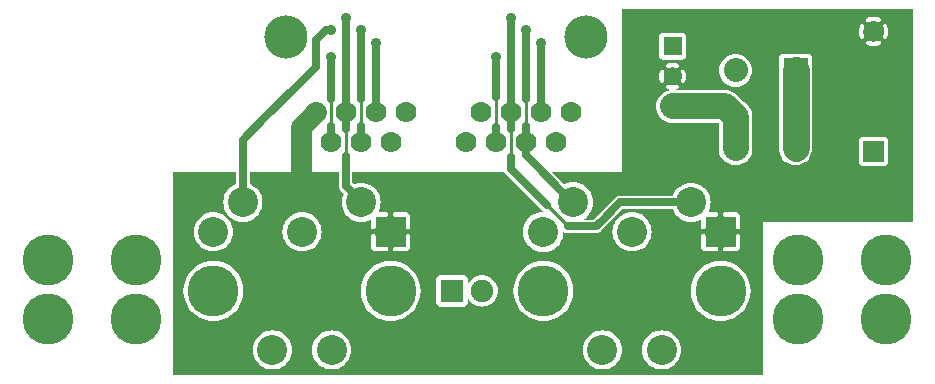
<source format=gbr>
G04 start of page 2 for group 0 idx 0 *
G04 Title: (unknown), component *
G04 Creator: pcb 20110918 *
G04 CreationDate: Wed 29 Oct 2014 07:27:39 PM GMT UTC *
G04 For: ndholmes *
G04 Format: Gerber/RS-274X *
G04 PCB-Dimensions: 300000 125000 *
G04 PCB-Coordinate-Origin: lower left *
%MOIN*%
%FSLAX25Y25*%
%LNTOP*%
%ADD34C,0.0430*%
%ADD33C,0.0350*%
%ADD32C,0.1280*%
%ADD31C,0.0380*%
%ADD30C,0.0480*%
%ADD29C,0.0950*%
%ADD28C,0.0730*%
%ADD27C,0.0510*%
%ADD26C,0.0200*%
%ADD25C,0.0360*%
%ADD24C,0.0750*%
%ADD23C,0.1440*%
%ADD22C,0.0680*%
%ADD21C,0.0600*%
%ADD20C,0.0800*%
%ADD19C,0.1700*%
%ADD18C,0.1000*%
%ADD17C,0.0700*%
%ADD16C,0.0900*%
%ADD15C,0.0850*%
%ADD14C,0.0400*%
%ADD13C,0.0100*%
%ADD12C,0.0250*%
%ADD11C,0.0001*%
G54D11*G36*
X238170Y69000D02*X248500D01*
Y1500D01*
X238170D01*
Y20176D01*
X239104Y20562D01*
X240446Y21385D01*
X241643Y22407D01*
X242665Y23604D01*
X243488Y24946D01*
X244090Y26400D01*
X244457Y27931D01*
X244550Y29500D01*
X244457Y31069D01*
X244090Y32600D01*
X243488Y34054D01*
X242665Y35396D01*
X241643Y36593D01*
X240446Y37615D01*
X239104Y38438D01*
X238170Y38824D01*
Y42721D01*
X239784D01*
X240013Y42776D01*
X240230Y42866D01*
X240430Y42988D01*
X240609Y43141D01*
X240762Y43320D01*
X240884Y43520D01*
X240974Y43737D01*
X241029Y43966D01*
X241043Y44200D01*
Y47818D01*
X241015Y47932D01*
X240970Y48042D01*
X240909Y48142D01*
X240832Y48232D01*
X240742Y48309D01*
X240642Y48370D01*
X240532Y48415D01*
X240418Y48443D01*
X240300Y48452D01*
X240182Y48443D01*
X240068Y48415D01*
X239958Y48370D01*
X239858Y48309D01*
X239768Y48232D01*
X239691Y48142D01*
X239630Y48042D01*
X239585Y47932D01*
X239557Y47818D01*
X239550Y47700D01*
Y44200D01*
X238170Y44205D01*
Y54200D01*
X239550D01*
Y50700D01*
X239536Y50582D01*
X239564Y50468D01*
X239609Y50358D01*
X239671Y50258D01*
X239747Y50168D01*
X239837Y50091D01*
X239938Y50030D01*
X240047Y49985D01*
X240162Y49957D01*
X240279Y49948D01*
X240397Y49957D01*
X240512Y49985D01*
X240621Y50030D01*
X240721Y50091D01*
X240811Y50168D01*
X240888Y50258D01*
X240950Y50358D01*
X240995Y50468D01*
X241022Y50582D01*
X241029Y50700D01*
Y54434D01*
X240974Y54663D01*
X240884Y54880D01*
X240762Y55080D01*
X240609Y55259D01*
X240430Y55412D01*
X240230Y55534D01*
X240013Y55624D01*
X239784Y55679D01*
X239550Y55693D01*
X238170D01*
Y69000D01*
G37*
G36*
Y1500D02*X234535D01*
Y19470D01*
X234550Y19469D01*
X236119Y19593D01*
X237650Y19960D01*
X238170Y20176D01*
Y1500D01*
G37*
G36*
X234535Y69000D02*X238170D01*
Y55693D01*
X235932D01*
X235818Y55665D01*
X235708Y55620D01*
X235608Y55559D01*
X235518Y55482D01*
X235441Y55392D01*
X235380Y55292D01*
X235335Y55182D01*
X235307Y55068D01*
X235298Y54950D01*
X235307Y54832D01*
X235335Y54718D01*
X235380Y54608D01*
X235441Y54508D01*
X235518Y54418D01*
X235608Y54341D01*
X235708Y54280D01*
X235818Y54235D01*
X235932Y54207D01*
X236050Y54200D01*
X238170D01*
Y44205D01*
X235932Y44214D01*
X235818Y44186D01*
X235708Y44141D01*
X235608Y44079D01*
X235518Y44003D01*
X235441Y43913D01*
X235380Y43812D01*
X235335Y43703D01*
X235307Y43588D01*
X235298Y43471D01*
X235307Y43353D01*
X235335Y43238D01*
X235380Y43129D01*
X235441Y43029D01*
X235518Y42939D01*
X235608Y42862D01*
X235708Y42800D01*
X235818Y42755D01*
X235932Y42728D01*
X236050Y42721D01*
X238170D01*
Y38824D01*
X237650Y39040D01*
X236119Y39407D01*
X234550Y39531D01*
X234535Y39530D01*
Y69000D01*
G37*
G36*
X230933Y20174D02*X231450Y19960D01*
X232981Y19593D01*
X234535Y19470D01*
Y1500D01*
X230933D01*
Y20174D01*
G37*
G36*
Y54200D02*X233050D01*
X233168Y54186D01*
X233282Y54214D01*
X233392Y54259D01*
X233492Y54321D01*
X233582Y54397D01*
X233659Y54487D01*
X233720Y54588D01*
X233765Y54697D01*
X233793Y54812D01*
X233802Y54929D01*
X233793Y55047D01*
X233765Y55162D01*
X233720Y55271D01*
X233659Y55371D01*
X233582Y55461D01*
X233492Y55538D01*
X233392Y55600D01*
X233282Y55645D01*
X233168Y55672D01*
X233050Y55679D01*
X230933D01*
Y57119D01*
X231140Y57980D01*
X231200Y59000D01*
X231140Y60020D01*
X230933Y60881D01*
Y69000D01*
X234535D01*
Y39530D01*
X232981Y39407D01*
X231450Y39040D01*
X230933Y38826D01*
Y42700D01*
X233050D01*
X233168Y42707D01*
X233282Y42735D01*
X233392Y42780D01*
X233492Y42841D01*
X233582Y42918D01*
X233659Y43008D01*
X233720Y43108D01*
X233765Y43218D01*
X233793Y43332D01*
X233802Y43450D01*
X233793Y43568D01*
X233765Y43682D01*
X233720Y43792D01*
X233659Y43892D01*
X233582Y43982D01*
X233492Y44059D01*
X233392Y44120D01*
X233282Y44165D01*
X233168Y44193D01*
X233050Y44200D01*
X230933D01*
Y54200D01*
G37*
G36*
Y60881D02*X230901Y61015D01*
X230509Y61960D01*
X229975Y62832D01*
X229310Y63610D01*
X228532Y64275D01*
X227660Y64809D01*
X226715Y65201D01*
X225720Y65440D01*
X224700Y65520D01*
X223680Y65440D01*
X222685Y65201D01*
X221740Y64809D01*
X220868Y64275D01*
X220090Y63610D01*
X219425Y62832D01*
X218891Y61960D01*
X218596Y61250D01*
X201088D01*
X201000Y61257D01*
X200647Y61229D01*
X200303Y61146D01*
X199975Y61011D01*
X199673Y60826D01*
X199673Y60826D01*
X199404Y60596D01*
X199347Y60529D01*
X192068Y53250D01*
X188740D01*
X189250Y53563D01*
X190052Y54248D01*
X190737Y55050D01*
X191288Y55949D01*
X191692Y56923D01*
X191938Y57949D01*
X192000Y59000D01*
X191938Y60051D01*
X191692Y61077D01*
X191288Y62051D01*
X190737Y62950D01*
X190052Y63752D01*
X189250Y64437D01*
X188351Y64988D01*
X187377Y65392D01*
X186351Y65638D01*
X185300Y65721D01*
X184249Y65638D01*
X183223Y65392D01*
X182422Y65060D01*
X178482Y69000D01*
X230933D01*
Y60881D01*
G37*
G36*
Y55679D02*X230288D01*
X230509Y56040D01*
X230901Y56985D01*
X230933Y57119D01*
Y55679D01*
G37*
G36*
X214840Y56750D02*X218596D01*
X218891Y56040D01*
X219425Y55168D01*
X220090Y54390D01*
X220868Y53725D01*
X221740Y53191D01*
X222685Y52799D01*
X223680Y52560D01*
X224700Y52480D01*
X225720Y52560D01*
X226715Y52799D01*
X227660Y53191D01*
X228057Y53434D01*
Y50582D01*
X228085Y50468D01*
X228130Y50358D01*
X228191Y50258D01*
X228268Y50168D01*
X228358Y50091D01*
X228458Y50030D01*
X228568Y49985D01*
X228682Y49957D01*
X228800Y49948D01*
X228918Y49957D01*
X229032Y49985D01*
X229142Y50030D01*
X229242Y50091D01*
X229332Y50168D01*
X229409Y50258D01*
X229470Y50358D01*
X229515Y50468D01*
X229543Y50582D01*
X229550Y50700D01*
Y54200D01*
X230933D01*
Y44200D01*
X229557D01*
Y47818D01*
X229529Y47932D01*
X229484Y48042D01*
X229423Y48142D01*
X229346Y48232D01*
X229256Y48309D01*
X229155Y48370D01*
X229046Y48415D01*
X228932Y48443D01*
X228814Y48452D01*
X228696Y48443D01*
X228581Y48415D01*
X228472Y48370D01*
X228372Y48309D01*
X228282Y48232D01*
X228205Y48142D01*
X228144Y48042D01*
X228098Y47932D01*
X228071Y47818D01*
X228064Y47700D01*
Y43965D01*
X228119Y43735D01*
X228209Y43517D01*
X228333Y43316D01*
X228486Y43136D01*
X228666Y42983D01*
X228867Y42859D01*
X229085Y42769D01*
X229315Y42714D01*
X229550Y42700D01*
X230933D01*
Y38826D01*
X229996Y38438D01*
X228654Y37615D01*
X227457Y36593D01*
X226435Y35396D01*
X225612Y34054D01*
X225010Y32600D01*
X224643Y31069D01*
X224519Y29500D01*
X224643Y27931D01*
X225010Y26400D01*
X225612Y24946D01*
X226435Y23604D01*
X227457Y22407D01*
X228654Y21385D01*
X229996Y20562D01*
X230933Y20174D01*
Y1500D01*
X214840D01*
Y3281D01*
X214850Y3280D01*
X215870Y3360D01*
X216865Y3599D01*
X217810Y3991D01*
X218682Y4525D01*
X219460Y5190D01*
X220125Y5968D01*
X220659Y6840D01*
X221051Y7785D01*
X221290Y8780D01*
X221350Y9800D01*
X221290Y10820D01*
X221051Y11815D01*
X220659Y12760D01*
X220125Y13632D01*
X219460Y14410D01*
X218682Y15075D01*
X217810Y15609D01*
X216865Y16001D01*
X215870Y16240D01*
X214850Y16320D01*
X214840Y16319D01*
Y56750D01*
G37*
G36*
X204990D02*X214840D01*
Y16319D01*
X213830Y16240D01*
X212835Y16001D01*
X211890Y15609D01*
X211018Y15075D01*
X210240Y14410D01*
X209575Y13632D01*
X209041Y12760D01*
X208649Y11815D01*
X208410Y10820D01*
X208330Y9800D01*
X208410Y8780D01*
X208649Y7785D01*
X209041Y6840D01*
X209575Y5968D01*
X210240Y5190D01*
X211018Y4525D01*
X211890Y3991D01*
X212835Y3599D01*
X213830Y3360D01*
X214840Y3281D01*
Y1500D01*
X204990D01*
Y42681D01*
X205000Y42680D01*
X206020Y42760D01*
X207015Y42999D01*
X207960Y43391D01*
X208832Y43925D01*
X209610Y44590D01*
X210275Y45368D01*
X210809Y46240D01*
X211201Y47185D01*
X211440Y48180D01*
X211500Y49200D01*
X211440Y50220D01*
X211201Y51215D01*
X210809Y52160D01*
X210275Y53032D01*
X209610Y53810D01*
X208832Y54475D01*
X207960Y55009D01*
X207015Y55401D01*
X206020Y55640D01*
X205000Y55720D01*
X204990Y55719D01*
Y56750D01*
G37*
G36*
X195140Y49958D02*X201932Y56750D01*
X204990D01*
Y55719D01*
X203980Y55640D01*
X202985Y55401D01*
X202040Y55009D01*
X201168Y54475D01*
X200390Y53810D01*
X199725Y53032D01*
X199191Y52160D01*
X198799Y51215D01*
X198560Y50220D01*
X198480Y49200D01*
X198560Y48180D01*
X198799Y47185D01*
X199191Y46240D01*
X199725Y45368D01*
X200390Y44590D01*
X201168Y43925D01*
X202040Y43391D01*
X202985Y42999D01*
X203980Y42760D01*
X204990Y42681D01*
Y1500D01*
X195140D01*
Y3281D01*
X195150Y3280D01*
X196170Y3360D01*
X197165Y3599D01*
X198110Y3991D01*
X198982Y4525D01*
X199760Y5190D01*
X200425Y5968D01*
X200959Y6840D01*
X201351Y7785D01*
X201590Y8780D01*
X201650Y9800D01*
X201590Y10820D01*
X201351Y11815D01*
X200959Y12760D01*
X200425Y13632D01*
X199760Y14410D01*
X198982Y15075D01*
X198110Y15609D01*
X197165Y16001D01*
X196170Y16240D01*
X195150Y16320D01*
X195140Y16319D01*
Y49958D01*
G37*
G36*
X175435Y42481D02*X175450Y42479D01*
X176501Y42562D01*
X177527Y42808D01*
X178501Y43212D01*
X179400Y43763D01*
X180202Y44448D01*
X180887Y45250D01*
X181438Y46149D01*
X181842Y47123D01*
X182088Y48149D01*
X182150Y49194D01*
X182173Y49174D01*
X182475Y48989D01*
X182803Y48854D01*
X183147Y48771D01*
X183500Y48750D01*
X193000D01*
X193353Y48771D01*
X193697Y48854D01*
X194025Y48989D01*
X194327Y49174D01*
X194596Y49404D01*
X194826Y49673D01*
X194826Y49674D01*
X194827Y49674D01*
X195091Y49909D01*
X195140Y49958D01*
Y16319D01*
X194130Y16240D01*
X193135Y16001D01*
X192190Y15609D01*
X191318Y15075D01*
X190540Y14410D01*
X189875Y13632D01*
X189341Y12760D01*
X188949Y11815D01*
X188710Y10820D01*
X188630Y9800D01*
X188710Y8780D01*
X188949Y7785D01*
X189341Y6840D01*
X189875Y5968D01*
X190540Y5190D01*
X191318Y4525D01*
X192190Y3991D01*
X193135Y3599D01*
X194130Y3360D01*
X195140Y3281D01*
Y1500D01*
X175435D01*
Y19470D01*
X175450Y19469D01*
X177019Y19593D01*
X178550Y19960D01*
X180004Y20562D01*
X181346Y21385D01*
X182543Y22407D01*
X183565Y23604D01*
X184388Y24946D01*
X184990Y26400D01*
X185357Y27931D01*
X185450Y29500D01*
X185357Y31069D01*
X184990Y32600D01*
X184388Y34054D01*
X183565Y35396D01*
X182543Y36593D01*
X181346Y37615D01*
X180004Y38438D01*
X178550Y39040D01*
X177019Y39407D01*
X175450Y39531D01*
X175435Y39530D01*
Y42481D01*
G37*
G36*
Y56014D02*X175475Y55989D01*
X175685Y55902D01*
X175450Y55921D01*
X175435Y55919D01*
Y56014D01*
G37*
G36*
X150000Y69000D02*X162479D01*
X162489Y68975D01*
X162674Y68673D01*
X162674Y68673D01*
X162904Y68404D01*
X162971Y68347D01*
X174909Y56409D01*
X175173Y56174D01*
X175435Y56014D01*
Y55919D01*
X174399Y55838D01*
X173373Y55592D01*
X172399Y55188D01*
X171500Y54637D01*
X170698Y53952D01*
X170013Y53150D01*
X169462Y52251D01*
X169058Y51277D01*
X168812Y50251D01*
X168729Y49200D01*
X168812Y48149D01*
X169058Y47123D01*
X169462Y46149D01*
X170013Y45250D01*
X170698Y44448D01*
X171500Y43763D01*
X172399Y43212D01*
X173373Y42808D01*
X174399Y42562D01*
X175435Y42481D01*
Y39530D01*
X173881Y39407D01*
X172350Y39040D01*
X170896Y38438D01*
X169554Y37615D01*
X168357Y36593D01*
X167335Y35396D01*
X166512Y34054D01*
X165910Y32600D01*
X165543Y31069D01*
X165419Y29500D01*
X165543Y27931D01*
X165910Y26400D01*
X166512Y24946D01*
X167335Y23604D01*
X168357Y22407D01*
X169554Y21385D01*
X170896Y20562D01*
X172350Y19960D01*
X173881Y19593D01*
X175435Y19470D01*
Y1500D01*
X150000D01*
Y24919D01*
X150091Y25067D01*
X150181Y25285D01*
X150236Y25515D01*
X150250Y25750D01*
X150247Y27255D01*
X150308Y27109D01*
X150740Y26405D01*
X151276Y25776D01*
X151905Y25240D01*
X152609Y24808D01*
X153373Y24492D01*
X154176Y24299D01*
X155000Y24234D01*
X155824Y24299D01*
X156627Y24492D01*
X157391Y24808D01*
X158095Y25240D01*
X158724Y25776D01*
X159260Y26405D01*
X159692Y27109D01*
X160008Y27873D01*
X160201Y28676D01*
X160250Y29500D01*
X160201Y30324D01*
X160008Y31127D01*
X159692Y31891D01*
X159260Y32595D01*
X158724Y33224D01*
X158095Y33760D01*
X157391Y34192D01*
X156627Y34508D01*
X155824Y34701D01*
X155000Y34766D01*
X154176Y34701D01*
X153373Y34508D01*
X152609Y34192D01*
X151905Y33760D01*
X151276Y33224D01*
X150740Y32595D01*
X150308Y31891D01*
X150239Y31725D01*
X150236Y33485D01*
X150181Y33715D01*
X150091Y33933D01*
X150000Y34081D01*
Y69000D01*
G37*
G36*
X128170D02*X150000D01*
Y34081D01*
X149967Y34134D01*
X149814Y34314D01*
X149634Y34467D01*
X149433Y34591D01*
X149215Y34681D01*
X148985Y34736D01*
X148750Y34750D01*
X141015Y34736D01*
X140785Y34681D01*
X140567Y34591D01*
X140366Y34467D01*
X140186Y34314D01*
X140033Y34134D01*
X139909Y33933D01*
X139819Y33715D01*
X139764Y33485D01*
X139750Y33250D01*
X139764Y25515D01*
X139819Y25285D01*
X139909Y25067D01*
X140033Y24866D01*
X140186Y24686D01*
X140366Y24533D01*
X140567Y24409D01*
X140785Y24319D01*
X141015Y24264D01*
X141250Y24250D01*
X148985Y24264D01*
X149215Y24319D01*
X149433Y24409D01*
X149634Y24533D01*
X149814Y24686D01*
X149967Y24866D01*
X150000Y24919D01*
Y1500D01*
X128170D01*
Y20176D01*
X129104Y20562D01*
X130446Y21385D01*
X131643Y22407D01*
X132665Y23604D01*
X133488Y24946D01*
X134090Y26400D01*
X134457Y27931D01*
X134550Y29500D01*
X134457Y31069D01*
X134090Y32600D01*
X133488Y34054D01*
X132665Y35396D01*
X131643Y36593D01*
X130446Y37615D01*
X129104Y38438D01*
X128170Y38824D01*
Y42721D01*
X129784D01*
X130013Y42776D01*
X130230Y42866D01*
X130430Y42988D01*
X130609Y43141D01*
X130762Y43320D01*
X130884Y43520D01*
X130974Y43737D01*
X131029Y43966D01*
X131043Y44200D01*
Y47818D01*
X131015Y47932D01*
X130970Y48042D01*
X130909Y48142D01*
X130832Y48232D01*
X130742Y48309D01*
X130642Y48370D01*
X130532Y48415D01*
X130418Y48443D01*
X130300Y48452D01*
X130182Y48443D01*
X130068Y48415D01*
X129958Y48370D01*
X129858Y48309D01*
X129768Y48232D01*
X129691Y48142D01*
X129630Y48042D01*
X129585Y47932D01*
X129557Y47818D01*
X129550Y47700D01*
Y44200D01*
X128170Y44205D01*
Y54200D01*
X129550D01*
Y50700D01*
X129536Y50582D01*
X129564Y50468D01*
X129609Y50358D01*
X129671Y50258D01*
X129747Y50168D01*
X129837Y50091D01*
X129938Y50030D01*
X130047Y49985D01*
X130162Y49957D01*
X130279Y49948D01*
X130397Y49957D01*
X130512Y49985D01*
X130621Y50030D01*
X130721Y50091D01*
X130811Y50168D01*
X130888Y50258D01*
X130950Y50358D01*
X130995Y50468D01*
X131022Y50582D01*
X131029Y50700D01*
Y54434D01*
X130974Y54663D01*
X130884Y54880D01*
X130762Y55080D01*
X130609Y55259D01*
X130430Y55412D01*
X130230Y55534D01*
X130013Y55624D01*
X129784Y55679D01*
X129550Y55693D01*
X128170D01*
Y69000D01*
G37*
G36*
Y1500D02*X124535D01*
Y19470D01*
X124550Y19469D01*
X126119Y19593D01*
X127650Y19960D01*
X128170Y20176D01*
Y1500D01*
G37*
G36*
X124535Y69000D02*X128170D01*
Y55693D01*
X125932D01*
X125818Y55665D01*
X125708Y55620D01*
X125608Y55559D01*
X125518Y55482D01*
X125441Y55392D01*
X125380Y55292D01*
X125335Y55182D01*
X125307Y55068D01*
X125298Y54950D01*
X125307Y54832D01*
X125335Y54718D01*
X125380Y54608D01*
X125441Y54508D01*
X125518Y54418D01*
X125608Y54341D01*
X125708Y54280D01*
X125818Y54235D01*
X125932Y54207D01*
X126050Y54200D01*
X128170D01*
Y44205D01*
X125932Y44214D01*
X125818Y44186D01*
X125708Y44141D01*
X125608Y44079D01*
X125518Y44003D01*
X125441Y43913D01*
X125380Y43812D01*
X125335Y43703D01*
X125307Y43588D01*
X125298Y43471D01*
X125307Y43353D01*
X125335Y43238D01*
X125380Y43129D01*
X125441Y43029D01*
X125518Y42939D01*
X125608Y42862D01*
X125708Y42800D01*
X125818Y42755D01*
X125932Y42728D01*
X126050Y42721D01*
X128170D01*
Y38824D01*
X127650Y39040D01*
X126119Y39407D01*
X124550Y39531D01*
X124535Y39530D01*
Y69000D01*
G37*
G36*
X120933Y20174D02*X121450Y19960D01*
X122981Y19593D01*
X124535Y19470D01*
Y1500D01*
X120933D01*
Y20174D01*
G37*
G36*
Y54200D02*X123050D01*
X123168Y54186D01*
X123282Y54214D01*
X123392Y54259D01*
X123492Y54321D01*
X123582Y54397D01*
X123659Y54487D01*
X123720Y54588D01*
X123765Y54697D01*
X123793Y54812D01*
X123802Y54929D01*
X123793Y55047D01*
X123765Y55162D01*
X123720Y55271D01*
X123659Y55371D01*
X123582Y55461D01*
X123492Y55538D01*
X123392Y55600D01*
X123282Y55645D01*
X123168Y55672D01*
X123050Y55679D01*
X120933D01*
Y57119D01*
X121140Y57980D01*
X121200Y59000D01*
X121140Y60020D01*
X120933Y60881D01*
Y69000D01*
X124535D01*
Y39530D01*
X122981Y39407D01*
X121450Y39040D01*
X120933Y38826D01*
Y42700D01*
X123050D01*
X123168Y42707D01*
X123282Y42735D01*
X123392Y42780D01*
X123492Y42841D01*
X123582Y42918D01*
X123659Y43008D01*
X123720Y43108D01*
X123765Y43218D01*
X123793Y43332D01*
X123802Y43450D01*
X123793Y43568D01*
X123765Y43682D01*
X123720Y43792D01*
X123659Y43892D01*
X123582Y43982D01*
X123492Y44059D01*
X123392Y44120D01*
X123282Y44165D01*
X123168Y44193D01*
X123050Y44200D01*
X120933D01*
Y54200D01*
G37*
G36*
Y60881D02*X120901Y61015D01*
X120509Y61960D01*
X119975Y62832D01*
X119310Y63610D01*
X118532Y64275D01*
X117660Y64809D01*
X116715Y65201D01*
X115720Y65440D01*
X114700Y65520D01*
X113680Y65440D01*
X112685Y65201D01*
X112187Y64995D01*
X111750Y65432D01*
Y69000D01*
X120933D01*
Y60881D01*
G37*
G36*
Y55679D02*X120288D01*
X120509Y56040D01*
X120901Y56985D01*
X120933Y57119D01*
Y55679D01*
G37*
G36*
X104840Y69000D02*X107250D01*
Y64588D01*
X107243Y64500D01*
X107271Y64147D01*
Y64147D01*
X107354Y63803D01*
X107489Y63475D01*
X107559Y63361D01*
X107674Y63173D01*
X107674Y63173D01*
X107904Y62904D01*
X107971Y62847D01*
X108881Y61937D01*
X108499Y61015D01*
X108260Y60020D01*
X108180Y59000D01*
X108260Y57980D01*
X108499Y56985D01*
X108891Y56040D01*
X109425Y55168D01*
X110090Y54390D01*
X110868Y53725D01*
X111740Y53191D01*
X112685Y52799D01*
X113680Y52560D01*
X114700Y52480D01*
X115720Y52560D01*
X116715Y52799D01*
X117660Y53191D01*
X118057Y53434D01*
Y50582D01*
X118085Y50468D01*
X118130Y50358D01*
X118191Y50258D01*
X118268Y50168D01*
X118358Y50091D01*
X118458Y50030D01*
X118568Y49985D01*
X118682Y49957D01*
X118800Y49948D01*
X118918Y49957D01*
X119032Y49985D01*
X119142Y50030D01*
X119242Y50091D01*
X119332Y50168D01*
X119409Y50258D01*
X119470Y50358D01*
X119515Y50468D01*
X119543Y50582D01*
X119550Y50700D01*
Y54200D01*
X120933D01*
Y44200D01*
X119557D01*
Y47818D01*
X119529Y47932D01*
X119484Y48042D01*
X119423Y48142D01*
X119346Y48232D01*
X119256Y48309D01*
X119155Y48370D01*
X119046Y48415D01*
X118932Y48443D01*
X118814Y48452D01*
X118696Y48443D01*
X118581Y48415D01*
X118472Y48370D01*
X118372Y48309D01*
X118282Y48232D01*
X118205Y48142D01*
X118144Y48042D01*
X118098Y47932D01*
X118071Y47818D01*
X118064Y47700D01*
Y43965D01*
X118119Y43735D01*
X118209Y43517D01*
X118333Y43316D01*
X118486Y43136D01*
X118666Y42983D01*
X118867Y42859D01*
X119085Y42769D01*
X119315Y42714D01*
X119550Y42700D01*
X120933D01*
Y38826D01*
X119996Y38438D01*
X118654Y37615D01*
X117457Y36593D01*
X116435Y35396D01*
X115612Y34054D01*
X115010Y32600D01*
X114643Y31069D01*
X114519Y29500D01*
X114643Y27931D01*
X115010Y26400D01*
X115612Y24946D01*
X116435Y23604D01*
X117457Y22407D01*
X118654Y21385D01*
X119996Y20562D01*
X120933Y20174D01*
Y1500D01*
X104840D01*
Y3281D01*
X104850Y3280D01*
X105870Y3360D01*
X106865Y3599D01*
X107810Y3991D01*
X108682Y4525D01*
X109460Y5190D01*
X110125Y5968D01*
X110659Y6840D01*
X111051Y7785D01*
X111290Y8780D01*
X111350Y9800D01*
X111290Y10820D01*
X111051Y11815D01*
X110659Y12760D01*
X110125Y13632D01*
X109460Y14410D01*
X108682Y15075D01*
X107810Y15609D01*
X106865Y16001D01*
X105870Y16240D01*
X104850Y16320D01*
X104840Y16319D01*
Y69000D01*
G37*
G36*
X94990D02*X104840D01*
Y16319D01*
X103830Y16240D01*
X102835Y16001D01*
X101890Y15609D01*
X101018Y15075D01*
X100240Y14410D01*
X99575Y13632D01*
X99041Y12760D01*
X98649Y11815D01*
X98410Y10820D01*
X98330Y9800D01*
X98410Y8780D01*
X98649Y7785D01*
X99041Y6840D01*
X99575Y5968D01*
X100240Y5190D01*
X101018Y4525D01*
X101890Y3991D01*
X102835Y3599D01*
X103830Y3360D01*
X104840Y3281D01*
Y1500D01*
X94990D01*
Y42681D01*
X95000Y42680D01*
X96020Y42760D01*
X97015Y42999D01*
X97960Y43391D01*
X98832Y43925D01*
X99610Y44590D01*
X100275Y45368D01*
X100809Y46240D01*
X101201Y47185D01*
X101440Y48180D01*
X101500Y49200D01*
X101440Y50220D01*
X101201Y51215D01*
X100809Y52160D01*
X100275Y53032D01*
X99610Y53810D01*
X98832Y54475D01*
X97960Y55009D01*
X97015Y55401D01*
X96020Y55640D01*
X95000Y55720D01*
X94990Y55719D01*
Y69000D01*
G37*
G36*
X85140D02*X94990D01*
Y55719D01*
X93980Y55640D01*
X92985Y55401D01*
X92040Y55009D01*
X91168Y54475D01*
X90390Y53810D01*
X89725Y53032D01*
X89191Y52160D01*
X88799Y51215D01*
X88560Y50220D01*
X88480Y49200D01*
X88560Y48180D01*
X88799Y47185D01*
X89191Y46240D01*
X89725Y45368D01*
X90390Y44590D01*
X91168Y43925D01*
X92040Y43391D01*
X92985Y42999D01*
X93980Y42760D01*
X94990Y42681D01*
Y1500D01*
X85140D01*
Y3281D01*
X85150Y3280D01*
X86170Y3360D01*
X87165Y3599D01*
X88110Y3991D01*
X88982Y4525D01*
X89760Y5190D01*
X90425Y5968D01*
X90959Y6840D01*
X91351Y7785D01*
X91590Y8780D01*
X91650Y9800D01*
X91590Y10820D01*
X91351Y11815D01*
X90959Y12760D01*
X90425Y13632D01*
X89760Y14410D01*
X88982Y15075D01*
X88110Y15609D01*
X87165Y16001D01*
X86170Y16240D01*
X85150Y16320D01*
X85140Y16319D01*
Y69000D01*
G37*
G36*
X65440D02*X73050D01*
Y65104D01*
X72340Y64809D01*
X71468Y64275D01*
X70690Y63610D01*
X70025Y62832D01*
X69491Y61960D01*
X69099Y61015D01*
X68860Y60020D01*
X68780Y59000D01*
X68860Y57980D01*
X69099Y56985D01*
X69491Y56040D01*
X70025Y55168D01*
X70690Y54390D01*
X71468Y53725D01*
X72340Y53191D01*
X73285Y52799D01*
X74280Y52560D01*
X75300Y52480D01*
X76320Y52560D01*
X77315Y52799D01*
X78260Y53191D01*
X79132Y53725D01*
X79910Y54390D01*
X80575Y55168D01*
X81109Y56040D01*
X81501Y56985D01*
X81740Y57980D01*
X81800Y59000D01*
X81740Y60020D01*
X81501Y61015D01*
X81109Y61960D01*
X80575Y62832D01*
X79910Y63610D01*
X79132Y64275D01*
X78260Y64809D01*
X77550Y65104D01*
Y69000D01*
X85140D01*
Y16319D01*
X84130Y16240D01*
X83135Y16001D01*
X82190Y15609D01*
X81318Y15075D01*
X80540Y14410D01*
X79875Y13632D01*
X79341Y12760D01*
X78949Y11815D01*
X78710Y10820D01*
X78630Y9800D01*
X78710Y8780D01*
X78949Y7785D01*
X79341Y6840D01*
X79875Y5968D01*
X80540Y5190D01*
X81318Y4525D01*
X82190Y3991D01*
X83135Y3599D01*
X84130Y3360D01*
X85140Y3281D01*
Y1500D01*
X65440D01*
Y19470D01*
X65450Y19469D01*
X67019Y19593D01*
X68550Y19960D01*
X70004Y20562D01*
X71346Y21385D01*
X72543Y22407D01*
X73565Y23604D01*
X74388Y24946D01*
X74990Y26400D01*
X75357Y27931D01*
X75450Y29500D01*
X75357Y31069D01*
X74990Y32600D01*
X74388Y34054D01*
X73565Y35396D01*
X72543Y36593D01*
X71346Y37615D01*
X70004Y38438D01*
X68550Y39040D01*
X67019Y39407D01*
X65450Y39531D01*
X65440Y39530D01*
Y42681D01*
X65450Y42680D01*
X66470Y42760D01*
X67465Y42999D01*
X68410Y43391D01*
X69282Y43925D01*
X70060Y44590D01*
X70725Y45368D01*
X71259Y46240D01*
X71651Y47185D01*
X71890Y48180D01*
X71950Y49200D01*
X71890Y50220D01*
X71651Y51215D01*
X71259Y52160D01*
X70725Y53032D01*
X70060Y53810D01*
X69282Y54475D01*
X68410Y55009D01*
X67465Y55401D01*
X66470Y55640D01*
X65450Y55720D01*
X65440Y55719D01*
Y69000D01*
G37*
G36*
X52000D02*X65440D01*
Y55719D01*
X64430Y55640D01*
X63435Y55401D01*
X62490Y55009D01*
X61618Y54475D01*
X60840Y53810D01*
X60175Y53032D01*
X59641Y52160D01*
X59249Y51215D01*
X59010Y50220D01*
X58930Y49200D01*
X59010Y48180D01*
X59249Y47185D01*
X59641Y46240D01*
X60175Y45368D01*
X60840Y44590D01*
X61618Y43925D01*
X62490Y43391D01*
X63435Y42999D01*
X64430Y42760D01*
X65440Y42681D01*
Y39530D01*
X63881Y39407D01*
X62350Y39040D01*
X60896Y38438D01*
X59554Y37615D01*
X58357Y36593D01*
X57335Y35396D01*
X56512Y34054D01*
X55910Y32600D01*
X55543Y31069D01*
X55419Y29500D01*
X55543Y27931D01*
X55910Y26400D01*
X56512Y24946D01*
X57335Y23604D01*
X58357Y22407D01*
X59554Y21385D01*
X60896Y20562D01*
X62350Y19960D01*
X63881Y19593D01*
X65440Y19470D01*
Y1500D01*
X52000D01*
Y69000D01*
G37*
G36*
X289464Y123500D02*X298500D01*
Y52500D01*
X289464D01*
Y71210D01*
X289583Y71259D01*
X289784Y71383D01*
X289964Y71536D01*
X290117Y71716D01*
X290241Y71917D01*
X290331Y72135D01*
X290386Y72365D01*
X290400Y72600D01*
X290386Y79635D01*
X290331Y79865D01*
X290241Y80083D01*
X290117Y80284D01*
X289964Y80464D01*
X289784Y80617D01*
X289583Y80741D01*
X289464Y80790D01*
Y113564D01*
X289549Y113589D01*
X289655Y113639D01*
X289753Y113706D01*
X289839Y113787D01*
X289911Y113880D01*
X289966Y113984D01*
X290141Y114412D01*
X290270Y114855D01*
X290357Y115309D01*
X290400Y115769D01*
Y116231D01*
X290357Y116691D01*
X290270Y117145D01*
X290141Y117588D01*
X289971Y118018D01*
X289915Y118122D01*
X289842Y118216D01*
X289755Y118297D01*
X289657Y118364D01*
X289550Y118414D01*
X289464Y118440D01*
Y123500D01*
G37*
G36*
Y52500D02*X285500D01*
Y71107D01*
X289135Y71114D01*
X289365Y71169D01*
X289464Y71210D01*
Y52500D01*
G37*
G36*
X285500Y123500D02*X289464D01*
Y118440D01*
X289436Y118448D01*
X289318Y118462D01*
X289200Y118459D01*
X289083Y118437D01*
X288972Y118396D01*
X288868Y118339D01*
X288774Y118266D01*
X288693Y118180D01*
X288626Y118082D01*
X288575Y117975D01*
X288542Y117861D01*
X288527Y117743D01*
X288531Y117624D01*
X288553Y117508D01*
X288596Y117397D01*
X288717Y117101D01*
X288806Y116793D01*
X288866Y116479D01*
X288896Y116160D01*
Y115840D01*
X288866Y115521D01*
X288806Y115207D01*
X288717Y114899D01*
X288599Y114601D01*
X288557Y114491D01*
X288535Y114375D01*
X288531Y114257D01*
X288546Y114140D01*
X288579Y114027D01*
X288629Y113920D01*
X288696Y113822D01*
X288776Y113736D01*
X288870Y113664D01*
X288973Y113607D01*
X289084Y113567D01*
X289200Y113545D01*
X289318Y113541D01*
X289435Y113556D01*
X289464Y113564D01*
Y80790D01*
X289365Y80831D01*
X289135Y80886D01*
X288900Y80900D01*
X285500Y80893D01*
Y111100D01*
X285731D01*
X286191Y111143D01*
X286645Y111230D01*
X287088Y111359D01*
X287518Y111529D01*
X287622Y111585D01*
X287716Y111658D01*
X287797Y111745D01*
X287864Y111843D01*
X287914Y111950D01*
X287948Y112064D01*
X287962Y112182D01*
X287959Y112300D01*
X287936Y112417D01*
X287896Y112528D01*
X287839Y112632D01*
X287766Y112726D01*
X287680Y112807D01*
X287582Y112874D01*
X287475Y112925D01*
X287361Y112958D01*
X287243Y112973D01*
X287124Y112969D01*
X287008Y112947D01*
X286897Y112904D01*
X286601Y112783D01*
X286293Y112694D01*
X285979Y112634D01*
X285660Y112604D01*
X285500D01*
Y119396D01*
X285660D01*
X285979Y119366D01*
X286293Y119306D01*
X286601Y119217D01*
X286899Y119099D01*
X287009Y119057D01*
X287125Y119035D01*
X287243Y119031D01*
X287360Y119046D01*
X287473Y119079D01*
X287580Y119129D01*
X287678Y119196D01*
X287764Y119276D01*
X287836Y119370D01*
X287893Y119473D01*
X287933Y119584D01*
X287955Y119700D01*
X287959Y119818D01*
X287944Y119935D01*
X287911Y120049D01*
X287861Y120155D01*
X287794Y120253D01*
X287713Y120339D01*
X287620Y120411D01*
X287516Y120466D01*
X287088Y120641D01*
X286645Y120770D01*
X286191Y120857D01*
X285731Y120900D01*
X285500D01*
Y123500D01*
G37*
G36*
X281536Y71210D02*X281635Y71169D01*
X281865Y71114D01*
X282100Y71100D01*
X285500Y71107D01*
Y52500D01*
X281536D01*
Y71210D01*
G37*
G36*
Y123500D02*X285500D01*
Y120900D01*
X285269D01*
X284809Y120857D01*
X284355Y120770D01*
X283912Y120641D01*
X283482Y120471D01*
X283378Y120415D01*
X283284Y120342D01*
X283203Y120255D01*
X283136Y120157D01*
X283086Y120050D01*
X283052Y119936D01*
X283038Y119818D01*
X283041Y119700D01*
X283063Y119583D01*
X283104Y119472D01*
X283161Y119368D01*
X283234Y119274D01*
X283320Y119193D01*
X283418Y119126D01*
X283525Y119075D01*
X283639Y119042D01*
X283757Y119027D01*
X283876Y119031D01*
X283992Y119053D01*
X284103Y119096D01*
X284399Y119217D01*
X284707Y119306D01*
X285021Y119366D01*
X285340Y119396D01*
X285500D01*
Y112604D01*
X285340D01*
X285021Y112634D01*
X284707Y112694D01*
X284399Y112783D01*
X284101Y112901D01*
X283991Y112943D01*
X283875Y112965D01*
X283757Y112969D01*
X283640Y112954D01*
X283527Y112921D01*
X283420Y112871D01*
X283322Y112804D01*
X283236Y112724D01*
X283164Y112630D01*
X283107Y112527D01*
X283067Y112416D01*
X283045Y112300D01*
X283041Y112182D01*
X283056Y112065D01*
X283089Y111951D01*
X283139Y111845D01*
X283206Y111747D01*
X283287Y111661D01*
X283380Y111589D01*
X283484Y111534D01*
X283912Y111359D01*
X284355Y111230D01*
X284809Y111143D01*
X285269Y111100D01*
X285500D01*
Y80893D01*
X281865Y80886D01*
X281635Y80831D01*
X281536Y80790D01*
Y113560D01*
X281564Y113552D01*
X281682Y113538D01*
X281800Y113541D01*
X281917Y113564D01*
X282028Y113604D01*
X282132Y113661D01*
X282226Y113734D01*
X282307Y113820D01*
X282374Y113918D01*
X282425Y114025D01*
X282458Y114139D01*
X282473Y114257D01*
X282469Y114376D01*
X282447Y114492D01*
X282404Y114603D01*
X282283Y114899D01*
X282194Y115207D01*
X282134Y115521D01*
X282104Y115840D01*
Y116160D01*
X282134Y116479D01*
X282194Y116793D01*
X282283Y117101D01*
X282401Y117399D01*
X282443Y117509D01*
X282465Y117625D01*
X282469Y117743D01*
X282454Y117860D01*
X282421Y117973D01*
X282371Y118080D01*
X282304Y118178D01*
X282224Y118264D01*
X282130Y118336D01*
X282027Y118393D01*
X281916Y118433D01*
X281800Y118455D01*
X281682Y118459D01*
X281565Y118444D01*
X281536Y118436D01*
Y123500D01*
G37*
G36*
X259500D02*X281536D01*
Y118436D01*
X281451Y118411D01*
X281345Y118361D01*
X281247Y118294D01*
X281161Y118213D01*
X281089Y118120D01*
X281034Y118016D01*
X280859Y117588D01*
X280730Y117145D01*
X280643Y116691D01*
X280600Y116231D01*
Y115769D01*
X280643Y115309D01*
X280730Y114855D01*
X280859Y114412D01*
X281029Y113982D01*
X281085Y113878D01*
X281158Y113784D01*
X281245Y113703D01*
X281343Y113636D01*
X281450Y113586D01*
X281536Y113560D01*
Y80790D01*
X281417Y80741D01*
X281216Y80617D01*
X281036Y80464D01*
X280883Y80284D01*
X280759Y80083D01*
X280669Y79865D01*
X280614Y79635D01*
X280600Y79400D01*
X280614Y72365D01*
X280669Y72135D01*
X280759Y71917D01*
X280883Y71716D01*
X281036Y71536D01*
X281216Y71383D01*
X281417Y71259D01*
X281536Y71210D01*
Y52500D01*
X259500D01*
Y71483D01*
X260363Y71551D01*
X261205Y71753D01*
X262005Y72084D01*
X262705Y72514D01*
X262735Y72514D01*
X262965Y72569D01*
X263183Y72659D01*
X263384Y72783D01*
X263564Y72936D01*
X263717Y73116D01*
X263841Y73317D01*
X263931Y73535D01*
X263986Y73765D01*
X263988Y73798D01*
X264416Y74495D01*
X264747Y75295D01*
X264949Y76137D01*
X265000Y77000D01*
Y99000D01*
X265000Y99000D01*
X265000Y99002D01*
Y103000D01*
X264993Y103118D01*
X264986Y107235D01*
X264931Y107465D01*
X264841Y107683D01*
X264717Y107884D01*
X264564Y108064D01*
X264384Y108217D01*
X264183Y108341D01*
X263965Y108431D01*
X263735Y108486D01*
X263500Y108500D01*
X259795Y108494D01*
X259500Y108517D01*
Y123500D01*
G37*
G36*
X239492Y54200D02*X239550D01*
Y52500D01*
X239492D01*
Y54200D01*
G37*
G36*
Y123500D02*X259500D01*
Y108517D01*
X259192Y108493D01*
X255265Y108486D01*
X255035Y108431D01*
X254817Y108341D01*
X254616Y108217D01*
X254436Y108064D01*
X254283Y107884D01*
X254159Y107683D01*
X254069Y107465D01*
X254014Y107235D01*
X254000Y107000D01*
X254007Y103111D01*
X254000Y103000D01*
Y77000D01*
X254051Y76137D01*
X254253Y75295D01*
X254584Y74495D01*
X255014Y73795D01*
X255014Y73765D01*
X255069Y73535D01*
X255159Y73317D01*
X255283Y73116D01*
X255436Y72936D01*
X255616Y72783D01*
X255817Y72659D01*
X256035Y72569D01*
X256265Y72514D01*
X256298Y72512D01*
X256995Y72084D01*
X257795Y71753D01*
X258637Y71551D01*
X259500Y71483D01*
Y52500D01*
X241029D01*
Y54434D01*
X240974Y54663D01*
X240884Y54880D01*
X240762Y55080D01*
X240609Y55259D01*
X240430Y55412D01*
X240230Y55534D01*
X240013Y55624D01*
X239784Y55679D01*
X239550Y55693D01*
X239492D01*
Y71333D01*
X239500Y71333D01*
X240387Y71402D01*
X241251Y71610D01*
X242073Y71950D01*
X242831Y72415D01*
X243507Y72993D01*
X244085Y73669D01*
X244550Y74427D01*
X244890Y75249D01*
X245098Y76113D01*
X245150Y77000D01*
Y87500D01*
X245098Y88387D01*
X244890Y89251D01*
X244550Y90073D01*
X244085Y90831D01*
X243507Y91507D01*
X242831Y92085D01*
X242292Y92416D01*
X240005Y94703D01*
X239866Y94866D01*
X239492Y95185D01*
Y97484D01*
X239500Y97483D01*
X240363Y97551D01*
X241205Y97753D01*
X242005Y98084D01*
X242743Y98537D01*
X243401Y99099D01*
X243963Y99757D01*
X244416Y100495D01*
X244747Y101295D01*
X244949Y102137D01*
X245000Y103000D01*
X244949Y103863D01*
X244747Y104705D01*
X244416Y105505D01*
X243963Y106243D01*
X243401Y106901D01*
X242743Y107463D01*
X242005Y107916D01*
X241205Y108247D01*
X240363Y108449D01*
X239500Y108517D01*
X239492Y108516D01*
Y123500D01*
G37*
G36*
Y55693D02*X235932D01*
X235818Y55665D01*
X235708Y55620D01*
X235608Y55559D01*
X235518Y55482D01*
X235441Y55392D01*
X235380Y55292D01*
X235335Y55182D01*
X235307Y55068D01*
X235298Y54950D01*
X235307Y54832D01*
X235335Y54718D01*
X235380Y54608D01*
X235441Y54508D01*
X235518Y54418D01*
X235608Y54341D01*
X235708Y54280D01*
X235818Y54235D01*
X235932Y54207D01*
X236050Y54200D01*
X239492D01*
Y52500D01*
X229550D01*
Y54200D01*
X233050D01*
X233168Y54186D01*
X233282Y54214D01*
X233392Y54259D01*
X233492Y54321D01*
X233582Y54397D01*
X233659Y54487D01*
X233720Y54588D01*
X233765Y54697D01*
X233793Y54812D01*
X233802Y54929D01*
X233793Y55047D01*
X233765Y55162D01*
X233720Y55271D01*
X233659Y55371D01*
X233582Y55461D01*
X233492Y55538D01*
X233392Y55600D01*
X233282Y55645D01*
X233168Y55672D01*
X233050Y55679D01*
X230288D01*
X230509Y56040D01*
X230901Y56985D01*
X231140Y57980D01*
X231200Y59000D01*
X231140Y60020D01*
X230901Y61015D01*
X230509Y61960D01*
X229975Y62832D01*
X229310Y63610D01*
X229092Y63797D01*
Y85550D01*
X233743D01*
X233850Y85443D01*
Y77000D01*
X233902Y76113D01*
X234110Y75249D01*
X234450Y74427D01*
X234915Y73669D01*
X235493Y72993D01*
X236169Y72415D01*
X236927Y71950D01*
X237749Y71610D01*
X238613Y71402D01*
X239492Y71333D01*
Y55693D01*
G37*
G36*
X229092Y123500D02*X239492D01*
Y108516D01*
X238637Y108449D01*
X237795Y108247D01*
X236995Y107916D01*
X236257Y107463D01*
X235599Y106901D01*
X235037Y106243D01*
X234584Y105505D01*
X234253Y104705D01*
X234051Y103863D01*
X233983Y103000D01*
X234051Y102137D01*
X234253Y101295D01*
X234584Y100495D01*
X235037Y99757D01*
X235599Y99099D01*
X236257Y98537D01*
X236995Y98084D01*
X237795Y97753D01*
X238637Y97551D01*
X239492Y97484D01*
Y95185D01*
X239213Y95423D01*
X238482Y95871D01*
X237689Y96199D01*
X236855Y96400D01*
X236855Y96400D01*
X236000Y96467D01*
X235787Y96450D01*
X229092D01*
Y123500D01*
G37*
G36*
X218500Y85550D02*X229092D01*
Y63797D01*
X228532Y64275D01*
X227660Y64809D01*
X226715Y65201D01*
X225720Y65440D01*
X224700Y65520D01*
X223680Y65440D01*
X222685Y65201D01*
X221740Y64809D01*
X220868Y64275D01*
X220090Y63610D01*
X219425Y62832D01*
X218891Y61960D01*
X218596Y61250D01*
X218500D01*
Y85550D01*
G37*
G36*
X222113Y123500D02*X229092D01*
Y96450D01*
X222113D01*
Y98853D01*
X222156Y98860D01*
X222268Y98897D01*
X222373Y98952D01*
X222468Y99022D01*
X222551Y99106D01*
X222619Y99202D01*
X222670Y99308D01*
X222818Y99716D01*
X222922Y100137D01*
X222984Y100567D01*
X223005Y101000D01*
X222984Y101433D01*
X222922Y101863D01*
X222818Y102284D01*
X222675Y102694D01*
X222622Y102800D01*
X222553Y102896D01*
X222470Y102981D01*
X222375Y103051D01*
X222269Y103106D01*
X222157Y103143D01*
X222113Y103151D01*
Y106630D01*
X222183Y106659D01*
X222384Y106783D01*
X222564Y106936D01*
X222717Y107116D01*
X222841Y107317D01*
X222931Y107535D01*
X222986Y107765D01*
X223000Y108000D01*
X222986Y114235D01*
X222931Y114465D01*
X222841Y114683D01*
X222717Y114884D01*
X222564Y115064D01*
X222384Y115217D01*
X222183Y115341D01*
X222113Y115370D01*
Y123500D01*
G37*
G36*
Y96450D02*X218500D01*
Y96495D01*
X218933Y96516D01*
X219363Y96578D01*
X219784Y96682D01*
X220194Y96825D01*
X220300Y96878D01*
X220396Y96947D01*
X220481Y97030D01*
X220551Y97125D01*
X220606Y97231D01*
X220643Y97343D01*
X220663Y97460D01*
X220664Y97579D01*
X220646Y97696D01*
X220610Y97809D01*
X220557Y97915D01*
X220488Y98012D01*
X220405Y98096D01*
X220309Y98167D01*
X220204Y98221D01*
X220092Y98259D01*
X219975Y98278D01*
X219856Y98279D01*
X219739Y98261D01*
X219626Y98223D01*
X219355Y98124D01*
X219075Y98056D01*
X218789Y98014D01*
X218500Y98000D01*
Y104000D01*
X218789Y103986D01*
X219075Y103944D01*
X219355Y103876D01*
X219628Y103780D01*
X219739Y103742D01*
X219856Y103725D01*
X219974Y103725D01*
X220091Y103745D01*
X220203Y103782D01*
X220307Y103836D01*
X220402Y103906D01*
X220485Y103991D01*
X220554Y104087D01*
X220607Y104192D01*
X220643Y104305D01*
X220660Y104421D01*
X220659Y104539D01*
X220640Y104656D01*
X220603Y104768D01*
X220548Y104873D01*
X220478Y104968D01*
X220394Y105051D01*
X220298Y105119D01*
X220192Y105170D01*
X219784Y105318D01*
X219363Y105422D01*
X218933Y105484D01*
X218500Y105505D01*
Y106507D01*
X221735Y106514D01*
X221965Y106569D01*
X222113Y106630D01*
Y103151D01*
X222040Y103163D01*
X221921Y103164D01*
X221804Y103146D01*
X221691Y103110D01*
X221585Y103057D01*
X221488Y102988D01*
X221404Y102905D01*
X221333Y102809D01*
X221279Y102704D01*
X221241Y102592D01*
X221222Y102475D01*
X221221Y102356D01*
X221239Y102239D01*
X221277Y102126D01*
X221376Y101855D01*
X221444Y101575D01*
X221486Y101289D01*
X221500Y101000D01*
X221486Y100711D01*
X221444Y100425D01*
X221376Y100145D01*
X221280Y99872D01*
X221242Y99761D01*
X221225Y99644D01*
X221225Y99526D01*
X221245Y99409D01*
X221282Y99297D01*
X221336Y99193D01*
X221406Y99098D01*
X221491Y99015D01*
X221587Y98946D01*
X221692Y98893D01*
X221805Y98857D01*
X221921Y98840D01*
X222039Y98841D01*
X222113Y98853D01*
Y96450D01*
G37*
G36*
X218500Y123500D02*X222113D01*
Y115370D01*
X221965Y115431D01*
X221735Y115486D01*
X221500Y115500D01*
X218500Y115493D01*
Y123500D01*
G37*
G36*
X214887Y86919D02*X215287Y86577D01*
X216018Y86129D01*
X216811Y85801D01*
X217645Y85600D01*
X218500Y85550D01*
Y61250D01*
X214887D01*
Y86919D01*
G37*
G36*
Y106630D02*X215035Y106569D01*
X215265Y106514D01*
X215500Y106500D01*
X218500Y106507D01*
Y105505D01*
X218067Y105484D01*
X217637Y105422D01*
X217216Y105318D01*
X216806Y105175D01*
X216700Y105122D01*
X216604Y105053D01*
X216519Y104970D01*
X216449Y104875D01*
X216394Y104769D01*
X216357Y104657D01*
X216337Y104540D01*
X216336Y104421D01*
X216354Y104304D01*
X216390Y104191D01*
X216443Y104085D01*
X216512Y103988D01*
X216595Y103904D01*
X216691Y103833D01*
X216796Y103779D01*
X216908Y103741D01*
X217025Y103722D01*
X217144Y103721D01*
X217261Y103739D01*
X217374Y103777D01*
X217645Y103876D01*
X217925Y103944D01*
X218211Y103986D01*
X218500Y104000D01*
Y98000D01*
X218211Y98014D01*
X217925Y98056D01*
X217645Y98124D01*
X217372Y98220D01*
X217261Y98258D01*
X217144Y98275D01*
X217026Y98275D01*
X216909Y98255D01*
X216797Y98218D01*
X216693Y98164D01*
X216598Y98094D01*
X216515Y98009D01*
X216446Y97913D01*
X216393Y97808D01*
X216357Y97695D01*
X216340Y97579D01*
X216341Y97461D01*
X216360Y97344D01*
X216397Y97232D01*
X216452Y97127D01*
X216522Y97032D01*
X216606Y96949D01*
X216702Y96881D01*
X216808Y96830D01*
X217216Y96682D01*
X217637Y96578D01*
X218067Y96516D01*
X218500Y96495D01*
Y96450D01*
X217645Y96400D01*
X216811Y96199D01*
X216018Y95871D01*
X215287Y95423D01*
X214887Y95081D01*
Y98849D01*
X214960Y98837D01*
X215079Y98836D01*
X215196Y98854D01*
X215309Y98890D01*
X215415Y98943D01*
X215512Y99012D01*
X215596Y99095D01*
X215667Y99191D01*
X215721Y99296D01*
X215759Y99408D01*
X215778Y99525D01*
X215779Y99644D01*
X215761Y99761D01*
X215723Y99874D01*
X215624Y100145D01*
X215556Y100425D01*
X215514Y100711D01*
X215500Y101000D01*
X215514Y101289D01*
X215556Y101575D01*
X215624Y101855D01*
X215720Y102128D01*
X215758Y102239D01*
X215775Y102356D01*
X215775Y102474D01*
X215755Y102591D01*
X215718Y102703D01*
X215664Y102807D01*
X215594Y102902D01*
X215509Y102985D01*
X215413Y103054D01*
X215308Y103107D01*
X215195Y103143D01*
X215079Y103160D01*
X214961Y103159D01*
X214887Y103147D01*
Y106630D01*
G37*
G36*
Y123500D02*X218500D01*
Y115493D01*
X215265Y115486D01*
X215035Y115431D01*
X214887Y115370D01*
Y123500D01*
G37*
G36*
X201500D02*X214887D01*
Y115370D01*
X214817Y115341D01*
X214616Y115217D01*
X214436Y115064D01*
X214283Y114884D01*
X214159Y114683D01*
X214069Y114465D01*
X214014Y114235D01*
X214000Y114000D01*
X214014Y107765D01*
X214069Y107535D01*
X214159Y107317D01*
X214283Y107116D01*
X214436Y106936D01*
X214616Y106783D01*
X214817Y106659D01*
X214887Y106630D01*
Y103147D01*
X214844Y103140D01*
X214732Y103103D01*
X214627Y103048D01*
X214532Y102978D01*
X214449Y102894D01*
X214381Y102798D01*
X214330Y102692D01*
X214182Y102284D01*
X214078Y101863D01*
X214016Y101433D01*
X213995Y101000D01*
X214016Y100567D01*
X214078Y100137D01*
X214182Y99716D01*
X214325Y99306D01*
X214378Y99200D01*
X214447Y99104D01*
X214530Y99019D01*
X214625Y98949D01*
X214731Y98894D01*
X214843Y98857D01*
X214887Y98849D01*
Y95081D01*
X214634Y94866D01*
X214077Y94213D01*
X213629Y93482D01*
X213301Y92689D01*
X213100Y91855D01*
X213033Y91000D01*
X213100Y90145D01*
X213301Y89311D01*
X213629Y88518D01*
X214077Y87787D01*
X214634Y87134D01*
X214887Y86919D01*
Y61250D01*
X201500D01*
Y123500D01*
G37*
G54D12*X109500Y89500D02*Y120500D01*
G54D13*X114500Y84500D02*Y93500D01*
G54D12*Y116500D02*Y93500D01*
X119500Y89000D02*Y112000D01*
X104500Y79000D02*Y84500D01*
Y116500D02*X103000D01*
X99500Y113000D01*
Y104000D01*
G54D14*X175150Y49500D02*X175450Y49200D01*
G54D13*X176500Y58000D02*X183500Y51000D01*
G54D14*X185000Y59300D02*X185300Y59000D01*
G54D12*X169500Y116500D02*Y93500D01*
X174500Y89000D02*Y112000D01*
X169500Y74800D02*X185150Y59150D01*
X159500Y107500D02*Y94000D01*
X164500Y120500D02*Y83500D01*
X201000Y59000D02*X193500Y51500D01*
X183500Y51000D02*X193000D01*
X195250Y53250D01*
G54D13*X169500Y83000D02*Y95000D01*
G54D12*X159500Y79000D02*Y84000D01*
G54D13*Y94500D01*
G54D12*X169500Y84500D02*Y74800D01*
G54D13*X164500Y83500D02*Y74000D01*
G54D12*Y70000D01*
X176500Y58000D01*
G54D14*X234550Y49200D02*X235200D01*
G54D15*X239500Y77000D02*Y87500D01*
X236000Y91000D01*
G54D16*X259500Y103000D02*Y77000D01*
G54D14*X234500Y49200D02*X234700D01*
X234550D02*Y49550D01*
G54D12*X224700Y59000D02*X201000D01*
G54D14*X226000Y101000D02*X229500Y104500D01*
Y112500D01*
X233000Y116000D01*
G54D15*X236000Y91000D02*X218500D01*
G54D14*X125850Y49000D02*X126050Y49200D01*
G54D12*X116200Y59000D02*X116000D01*
G54D14*X125750Y49500D02*X126050Y49200D01*
G54D12*X114700Y59000D02*X114500D01*
G54D13*X104500Y84500D02*Y95500D01*
G54D12*Y107500D02*Y93500D01*
X99500Y104000D02*X96750Y101250D01*
G54D17*X94500Y84000D02*X99500Y89000D01*
G54D12*X76800Y81300D02*X99000Y103500D01*
G54D17*X94500Y79000D02*Y84000D01*
Y78500D02*Y66000D01*
G54D12*X75300Y59000D02*Y79800D01*
X81000Y85500D01*
X109500Y89000D02*Y83500D01*
G54D13*Y73500D01*
G54D12*X114500Y79000D02*Y84500D01*
X109500Y74500D02*Y64500D01*
X115000Y59000D01*
G54D18*X65450Y49200D03*
G54D19*X10250Y20000D03*
Y39700D03*
X39750Y20000D03*
Y39700D03*
X65450Y29500D03*
G54D18*X104850Y9800D03*
X85150D03*
X95000Y49200D03*
X114700Y59000D03*
X75300D03*
G54D19*X260250Y20000D03*
Y39700D03*
X289750Y20000D03*
Y39700D03*
G54D11*G36*
X255500Y107000D02*Y99000D01*
X263500D01*
Y107000D01*
X255500D01*
G37*
G54D20*X239500Y103000D03*
G54D11*G36*
X282100Y79400D02*Y72600D01*
X288900D01*
Y79400D01*
X282100D01*
G37*
G36*
X256500Y80000D02*Y74000D01*
X262500D01*
Y80000D01*
X256500D01*
G37*
G54D21*X239500Y77000D03*
G54D22*X285500Y116000D03*
G54D19*X234550Y29500D03*
G54D11*G36*
X229550Y54200D02*Y44200D01*
X239550D01*
Y54200D01*
X229550D01*
G37*
G36*
X215500Y114000D02*Y108000D01*
X221500D01*
Y114000D01*
X215500D01*
G37*
G54D23*X189500D03*
X89500D03*
G54D21*X218500Y101000D03*
Y91000D03*
G54D17*X184500Y89000D03*
X179500Y79000D03*
X174500Y89000D03*
X169500Y79000D03*
X164500Y89000D03*
X159500Y79000D03*
X154500Y89000D03*
X129500D03*
X119500D03*
X109500D03*
X99500D03*
X149500Y79000D03*
X124500D03*
X114500D03*
X104500D03*
X94500D03*
G54D11*G36*
X141250Y33250D02*Y25750D01*
X148750D01*
Y33250D01*
X141250D01*
G37*
G54D24*X155000Y29500D03*
G54D19*X124550D03*
G54D11*G36*
X119550Y54200D02*Y44200D01*
X129550D01*
Y54200D01*
X119550D01*
G37*
G54D19*X175450Y29500D03*
G54D18*X214850Y9800D03*
X195150D03*
X205000Y49200D03*
X175450D03*
X224700Y59000D03*
X185300D03*
G54D25*X164500Y120500D03*
X169500Y116500D03*
X174500Y112000D03*
X159500Y107500D03*
X109500Y120500D03*
X114500Y116500D03*
X119500Y112000D03*
X104500Y107500D03*
Y116500D03*
G54D26*G54D27*G54D28*G54D29*G54D27*G54D28*G54D30*G54D31*G54D29*G54D27*G54D31*G54D32*G54D31*G54D33*G54D34*G54D29*G54D27*G54D29*G54D27*M02*

</source>
